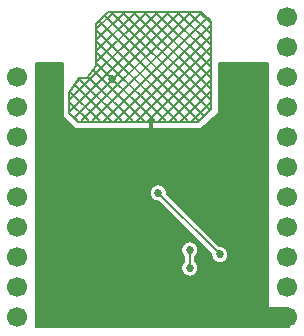
<source format=gbr>
G04 DipTrace 3.0.0.2*
G04 esp32-lighthouse-9dof-single-Bottom.gbr*
%MOIN*%
G04 #@! TF.FileFunction,Copper,L2,Bot*
G04 #@! TF.Part,Single*
%ADD20C,0.066929*%
G04 #@! TA.AperFunction,CopperBalancing*
%ADD14C,0.006*%
G04 #@! TA.AperFunction,Conductor*
%ADD15C,0.012*%
G04 #@! TA.AperFunction,ViaPad*
%ADD32C,0.027*%
%FSLAX26Y26*%
G04*
G70*
G90*
G75*
G01*
G04 Bottom_Plane*
%LPD*%
X20000Y15000D2*
D14*
X225000Y-190000D1*
X125000Y-175000D2*
Y-235000D1*
X-5000Y260000D2*
D15*
Y215000D1*
X80000D1*
D32*
X20000Y15000D3*
X225000Y-190000D3*
D3*
X125000Y-175000D3*
Y-235000D3*
X80000Y215000D3*
X-135000Y395000D3*
X175000Y-365000D3*
X-125000Y-390000D3*
X-150000Y-225000D3*
X-60000Y40000D3*
X-130346Y616576D2*
D14*
X-186579Y560344D1*
X-93576Y616576D2*
X-186576Y523576D1*
X-56807Y616576D2*
X-186573Y486810D1*
X-20037Y616576D2*
X-186579Y450034D1*
X-240037Y396576D2*
X-251942Y384672D1*
X16732Y616576D2*
X-276575Y323269D1*
X53501Y616576D2*
X-276576Y286499D1*
X90272Y616576D2*
X-260609Y265696D1*
X127041Y616576D2*
X-236112Y253423D1*
X163648Y616415D2*
X-199343Y253423D1*
X183454Y599450D2*
X-162575Y253421D1*
X196576Y575802D2*
X-125799Y253427D1*
X196576Y539033D2*
X-89033Y253424D1*
X196576Y502262D2*
X-52266Y253421D1*
X196576Y465493D2*
X-15491Y253427D1*
X196576Y428724D2*
X21276Y253424D1*
X196576Y391954D2*
X58043Y253421D1*
X196576Y355185D2*
X94818Y253427D1*
X196576Y318415D2*
X131584Y253424D1*
X160655Y616576D2*
X196577Y580654D1*
X123885Y616576D2*
X196575Y543887D1*
X87115Y616576D2*
X196576Y507115D1*
X50346Y616576D2*
X196577Y470345D1*
X13576Y616576D2*
X196575Y433577D1*
X-23193Y616576D2*
X196576Y396807D1*
X-59963Y616576D2*
X196577Y360035D1*
X-96732Y616576D2*
X196575Y323269D1*
X-133501Y616576D2*
X191492Y291581D1*
X-159304Y605609D2*
X173110Y273194D1*
X-177686Y587222D2*
X154719Y254815D1*
X-186572Y559337D2*
X119343Y253423D1*
X-186573Y522568D2*
X82575Y253421D1*
X-186573Y485799D2*
X45799Y253427D1*
X-186573Y449030D2*
X9033Y253424D1*
X-197850Y423538D2*
X-27734Y253421D1*
X-213612Y402529D2*
X-64509Y253427D1*
X-243600Y395748D2*
X-101276Y253424D1*
X-258739Y374118D2*
X-138043Y253421D1*
X-273878Y352487D2*
X-174818Y253427D1*
X-276576Y318415D2*
X-211584Y253424D1*
X-276576Y281646D2*
X-248352Y253421D1*
X-148749Y617009D2*
X-187007Y578752D1*
X-187037Y439530D1*
X-187327Y438638D1*
X-187600Y438199D1*
X-217911Y397846D1*
X-218678Y397307D1*
X-219576Y397030D1*
X-220000Y397000D1*
X-243449D1*
X-277013Y349037D1*
X-277000Y281223D1*
X-248752Y252995D1*
X153769Y253000D1*
X197020Y296262D1*
X197000Y424000D1*
Y588636D1*
X163878Y617010D1*
X-148769Y617000D1*
X-386400Y441131D2*
X-298602D1*
X223602D2*
X386406D1*
X-386400Y435262D2*
X-298602D1*
X223602D2*
X386406D1*
X-386400Y429394D2*
X-298602D1*
X223602D2*
X386406D1*
X-386400Y423525D2*
X-298602D1*
X223602D2*
X386406D1*
X-386400Y417656D2*
X-298602D1*
X223602D2*
X386406D1*
X-386400Y411787D2*
X-298602D1*
X223602D2*
X386406D1*
X-386400Y405919D2*
X-298602D1*
X223602D2*
X386406D1*
X-386400Y400050D2*
X-298602D1*
X223602D2*
X386406D1*
X-386400Y394181D2*
X-298602D1*
X223602D2*
X386406D1*
X-386400Y388312D2*
X-298602D1*
X223602D2*
X386406D1*
X-386400Y382444D2*
X-298602D1*
X223602D2*
X386406D1*
X-386400Y376575D2*
X-298602D1*
X223602D2*
X386406D1*
X-386400Y370706D2*
X-298602D1*
X223602D2*
X386406D1*
X-386400Y364837D2*
X-298602D1*
X223602D2*
X386406D1*
X-386400Y358969D2*
X-298602D1*
X223602D2*
X386406D1*
X-386400Y353100D2*
X-298602D1*
X223602D2*
X386406D1*
X-386400Y347231D2*
X-298602D1*
X223602D2*
X386406D1*
X-386400Y341362D2*
X-298602D1*
X223602D2*
X386406D1*
X-386400Y335493D2*
X-298602D1*
X223602D2*
X386406D1*
X-386400Y329625D2*
X-298602D1*
X223602D2*
X386406D1*
X-386400Y323756D2*
X-298602D1*
X223602D2*
X386406D1*
X-386400Y317887D2*
X-298602D1*
X223602D2*
X386406D1*
X-386400Y312018D2*
X-298602D1*
X223602D2*
X386406D1*
X-386400Y306150D2*
X-298602D1*
X223602D2*
X386406D1*
X-386400Y300281D2*
X-298602D1*
X223602D2*
X386406D1*
X-386400Y294412D2*
X-298602D1*
X223602D2*
X386406D1*
X-386400Y288543D2*
X-298602D1*
X223602D2*
X386406D1*
X-386400Y282675D2*
X-298602D1*
X222500D2*
X386406D1*
X-386400Y276806D2*
X-298602D1*
X216102D2*
X386406D1*
X-386400Y270937D2*
X-298602D1*
X209703D2*
X386406D1*
X-386400Y265068D2*
X-294911D1*
X203294D2*
X386406D1*
X-386400Y259199D2*
X-289039D1*
X196895D2*
X386406D1*
X-386400Y253331D2*
X-283168D1*
X190496D2*
X386406D1*
X-386400Y247462D2*
X-277308D1*
X184087D2*
X386406D1*
X-386400Y241593D2*
X-271438D1*
X177688D2*
X386406D1*
X-386400Y235724D2*
X-265567D1*
X171290D2*
X386406D1*
X-386400Y229856D2*
X-259696D1*
X164879D2*
X386406D1*
X-386400Y223987D2*
X386406D1*
X-386400Y218118D2*
X386406D1*
X-386400Y212249D2*
X386406D1*
X-386400Y206381D2*
X386406D1*
X-386400Y200512D2*
X386406D1*
X-386400Y194643D2*
X386406D1*
X-386400Y188774D2*
X386406D1*
X-386400Y182906D2*
X386406D1*
X-386400Y177037D2*
X386406D1*
X-386400Y171168D2*
X386406D1*
X-386400Y165299D2*
X386406D1*
X-386400Y159430D2*
X386406D1*
X-386400Y153562D2*
X386406D1*
X-386400Y147693D2*
X386406D1*
X-386400Y141824D2*
X386406D1*
X-386400Y135955D2*
X386406D1*
X-386400Y130087D2*
X386406D1*
X-386400Y124218D2*
X386406D1*
X-386400Y118349D2*
X386406D1*
X-386400Y112480D2*
X386406D1*
X-386400Y106612D2*
X386406D1*
X-386400Y100743D2*
X386406D1*
X-386400Y94874D2*
X386406D1*
X-386400Y89005D2*
X386406D1*
X-386400Y83136D2*
X386406D1*
X-386400Y77268D2*
X386406D1*
X-386400Y71399D2*
X386406D1*
X-386400Y65530D2*
X386406D1*
X-386400Y59661D2*
X386406D1*
X-386400Y53793D2*
X386406D1*
X-386400Y47924D2*
X386406D1*
X-386400Y42055D2*
X9706D1*
X30301D2*
X386406D1*
X-386400Y36186D2*
X-20D1*
X40016D2*
X386406D1*
X-386400Y30318D2*
X-4919D1*
X44915D2*
X386406D1*
X-386400Y24449D2*
X-7743D1*
X47739D2*
X386406D1*
X-386400Y18580D2*
X-9114D1*
X49122D2*
X386406D1*
X-386400Y12711D2*
X-9255D1*
X49251D2*
X386406D1*
X-386400Y6843D2*
X-8152D1*
X54535D2*
X386406D1*
X-386400Y974D2*
X-5680D1*
X60407D2*
X386406D1*
X-386400Y-4895D2*
X-1344D1*
X66266D2*
X386406D1*
X-386400Y-10764D2*
X6660D1*
X72136D2*
X386406D1*
X-386400Y-16633D2*
X25257D1*
X78008D2*
X386406D1*
X-386400Y-22501D2*
X31129D1*
X83879D2*
X386406D1*
X-386400Y-28370D2*
X36988D1*
X89751D2*
X386406D1*
X-386400Y-34239D2*
X42860D1*
X95610D2*
X386406D1*
X-386400Y-40108D2*
X48730D1*
X101480D2*
X386406D1*
X-386400Y-45976D2*
X54601D1*
X107352D2*
X386406D1*
X-386400Y-51845D2*
X60472D1*
X113223D2*
X386406D1*
X-386400Y-57714D2*
X66332D1*
X119094D2*
X386406D1*
X-386400Y-63583D2*
X72202D1*
X124966D2*
X386406D1*
X-386400Y-69451D2*
X78073D1*
X130824D2*
X386406D1*
X-386400Y-75320D2*
X83945D1*
X136696D2*
X386406D1*
X-386400Y-81189D2*
X89816D1*
X142567D2*
X386406D1*
X-386400Y-87058D2*
X95676D1*
X148438D2*
X386406D1*
X-386400Y-92927D2*
X101546D1*
X154308D2*
X386406D1*
X-386400Y-98795D2*
X107417D1*
X160168D2*
X386406D1*
X-386400Y-104664D2*
X113289D1*
X166039D2*
X386406D1*
X-386400Y-110533D2*
X119160D1*
X171911D2*
X386406D1*
X-386400Y-116402D2*
X125020D1*
X177782D2*
X386406D1*
X-386400Y-122270D2*
X130890D1*
X183652D2*
X386406D1*
X-386400Y-128139D2*
X136761D1*
X189512D2*
X386406D1*
X-386400Y-134008D2*
X142633D1*
X195383D2*
X386406D1*
X-386400Y-139877D2*
X148504D1*
X201255D2*
X386406D1*
X-386400Y-145745D2*
X154364D1*
X207126D2*
X386406D1*
X-386400Y-151614D2*
X107699D1*
X142308D2*
X160234D1*
X212996D2*
X386406D1*
X-386400Y-157483D2*
X101617D1*
X148379D2*
X166105D1*
X218856D2*
X386406D1*
X-386400Y-163352D2*
X98125D1*
X151871D2*
X171976D1*
X236364D2*
X386406D1*
X-386400Y-169220D2*
X96249D1*
X153759D2*
X177848D1*
X245458D2*
X386406D1*
X-386400Y-175089D2*
X95664D1*
X154344D2*
X183718D1*
X250168D2*
X386406D1*
X-386400Y-180958D2*
X96285D1*
X153711D2*
X189577D1*
X252875D2*
X386406D1*
X-386400Y-186827D2*
X98206D1*
X151790D2*
X195449D1*
X254164D2*
X386406D1*
X-386400Y-192696D2*
X101757D1*
X148251D2*
X195789D1*
X254211D2*
X386406D1*
X-386400Y-198564D2*
X106176D1*
X143832D2*
X196961D1*
X253039D2*
X386406D1*
X-386400Y-204433D2*
X106176D1*
X143832D2*
X199550D1*
X250450D2*
X386406D1*
X-386400Y-210302D2*
X106176D1*
X143832D2*
X204062D1*
X245938D2*
X386406D1*
X-386400Y-216171D2*
X102684D1*
X147312D2*
X212524D1*
X237476D2*
X386406D1*
X-386400Y-222039D2*
X98745D1*
X151251D2*
X386406D1*
X-386400Y-227908D2*
X96554D1*
X153454D2*
X386406D1*
X-386400Y-233777D2*
X95688D1*
X154308D2*
X386406D1*
X-386400Y-239646D2*
X96038D1*
X153958D2*
X386406D1*
X-386400Y-245514D2*
X97656D1*
X152352D2*
X386406D1*
X-386400Y-251383D2*
X100785D1*
X149211D2*
X386406D1*
X-386400Y-257252D2*
X106210D1*
X143786D2*
X386406D1*
X-386400Y-263121D2*
X118469D1*
X131528D2*
X386406D1*
X-386400Y-268990D2*
X386406D1*
X-386400Y-274858D2*
X386406D1*
X-386400Y-280727D2*
X386406D1*
X-386400Y-286596D2*
X386406D1*
X-386400Y-292465D2*
X386406D1*
X-386400Y-298333D2*
X386406D1*
X-386400Y-304202D2*
X386406D1*
X-386400Y-310071D2*
X386406D1*
X-386400Y-315940D2*
X386406D1*
X-386400Y-321808D2*
X386406D1*
X-386400Y-327677D2*
X386406D1*
X-386400Y-333546D2*
X386406D1*
X-386400Y-339415D2*
X386406D1*
X-386400Y-345283D2*
X386406D1*
X-386400Y-351152D2*
X386406D1*
X-386400Y-357021D2*
X386406D1*
X-386400Y-362890D2*
X386406D1*
X-386400Y-368759D2*
X456402D1*
X-386400Y-374627D2*
X456402D1*
X-386400Y-380496D2*
X456402D1*
X-386400Y-386365D2*
X456402D1*
X-386400Y-392234D2*
X456402D1*
X-386400Y-398102D2*
X456402D1*
X-386400Y-403971D2*
X456402D1*
X-386400Y-409840D2*
X456402D1*
X-386400Y-415709D2*
X456402D1*
X-386400Y-421577D2*
X456402D1*
X-386400Y-427446D2*
X456402D1*
X48600Y12196D2*
X222201Y-161406D1*
X225000Y-161260D1*
X227255Y-161349D1*
X229496Y-161614D1*
X231709Y-162054D1*
X233881Y-162667D1*
X235999Y-163448D1*
X238047Y-164392D1*
X240017Y-165495D1*
X241892Y-166749D1*
X243665Y-168146D1*
X245323Y-169677D1*
X246854Y-171335D1*
X248251Y-173108D1*
X249505Y-174983D1*
X250608Y-176953D1*
X251552Y-179001D1*
X252333Y-181119D1*
X252946Y-183291D1*
X253386Y-185504D1*
X253651Y-187745D1*
X253740Y-190000D1*
X253651Y-192255D1*
X253386Y-194496D1*
X252946Y-196709D1*
X252333Y-198881D1*
X251552Y-200999D1*
X250608Y-203047D1*
X249505Y-205017D1*
X248251Y-206892D1*
X246854Y-208665D1*
X245323Y-210323D1*
X243665Y-211854D1*
X241892Y-213251D1*
X240017Y-214505D1*
X238047Y-215608D1*
X235999Y-216552D1*
X233881Y-217333D1*
X231709Y-217946D1*
X229496Y-218386D1*
X227255Y-218651D1*
X225000Y-218740D1*
X222745Y-218651D1*
X220504Y-218386D1*
X218291Y-217946D1*
X216119Y-217333D1*
X214001Y-216552D1*
X211953Y-215608D1*
X209983Y-214505D1*
X208108Y-213251D1*
X206335Y-211854D1*
X204677Y-210323D1*
X203146Y-208665D1*
X201749Y-206892D1*
X200495Y-205017D1*
X199392Y-203047D1*
X198448Y-200999D1*
X197667Y-198881D1*
X197054Y-196709D1*
X196614Y-194496D1*
X196349Y-192255D1*
X196260Y-190000D1*
X196413Y-187194D1*
X22799Y-13594D1*
X20000Y-13740D1*
X17745Y-13651D1*
X15504Y-13386D1*
X13291Y-12946D1*
X11119Y-12333D1*
X9001Y-11552D1*
X6953Y-10608D1*
X4983Y-9505D1*
X3108Y-8251D1*
X1335Y-6854D1*
X-323Y-5323D1*
X-1854Y-3665D1*
X-3251Y-1892D1*
X-4505Y-17D1*
X-5608Y1953D1*
X-6552Y4001D1*
X-7333Y6119D1*
X-7946Y8291D1*
X-8386Y10504D1*
X-8651Y12745D1*
X-8740Y15000D1*
X-8651Y17255D1*
X-8386Y19496D1*
X-7946Y21709D1*
X-7333Y23881D1*
X-6552Y25999D1*
X-5608Y28047D1*
X-4505Y30017D1*
X-3251Y31892D1*
X-1854Y33665D1*
X-323Y35323D1*
X1335Y36854D1*
X3108Y38251D1*
X4983Y39505D1*
X6953Y40608D1*
X9001Y41552D1*
X11119Y42333D1*
X13291Y42946D1*
X15504Y43386D1*
X17745Y43651D1*
X20000Y43740D1*
X22255Y43651D1*
X24496Y43386D1*
X26709Y42946D1*
X28881Y42333D1*
X30999Y41552D1*
X33047Y40608D1*
X35017Y39505D1*
X36892Y38251D1*
X38665Y36854D1*
X40323Y35323D1*
X41854Y33665D1*
X43251Y31892D1*
X44505Y30017D1*
X45608Y28047D1*
X46552Y25999D1*
X47333Y23881D1*
X47946Y21709D1*
X48386Y19496D1*
X48651Y17255D1*
X48740Y15000D1*
X48587Y12194D1*
X222194Y-161413D2*
X225000Y-161260D1*
X227255Y-161349D1*
X229496Y-161614D1*
X231709Y-162054D1*
X233881Y-162667D1*
X235999Y-163448D1*
X238047Y-164392D1*
X240017Y-165495D1*
X241892Y-166749D1*
X243665Y-168146D1*
X245323Y-169677D1*
X246854Y-171335D1*
X248251Y-173108D1*
X249505Y-174983D1*
X250608Y-176953D1*
X251552Y-179001D1*
X252333Y-181119D1*
X252946Y-183291D1*
X253386Y-185504D1*
X253651Y-187745D1*
X253740Y-190000D1*
X253651Y-192255D1*
X253386Y-194496D1*
X252946Y-196709D1*
X252333Y-198881D1*
X251552Y-200999D1*
X250608Y-203047D1*
X249505Y-205017D1*
X248251Y-206892D1*
X246854Y-208665D1*
X245323Y-210323D1*
X243665Y-211854D1*
X241892Y-213251D1*
X240017Y-214505D1*
X238047Y-215608D1*
X235999Y-216552D1*
X233881Y-217333D1*
X231709Y-217946D1*
X229496Y-218386D1*
X227255Y-218651D1*
X225000Y-218740D1*
X222745Y-218651D1*
X220504Y-218386D1*
X218291Y-217946D1*
X216119Y-217333D1*
X214001Y-216552D1*
X211953Y-215608D1*
X209983Y-214505D1*
X208108Y-213251D1*
X206335Y-211854D1*
X204677Y-210323D1*
X203146Y-208665D1*
X201749Y-206892D1*
X200495Y-205017D1*
X199392Y-203047D1*
X198448Y-200999D1*
X197667Y-198881D1*
X197054Y-196709D1*
X196614Y-194496D1*
X196349Y-192255D1*
X196260Y-190000D1*
X196413Y-187194D1*
X143240Y-197207D2*
Y-212793D1*
X145323Y-214677D1*
X146854Y-216335D1*
X148251Y-218108D1*
X149505Y-219983D1*
X150608Y-221953D1*
X151552Y-224001D1*
X152333Y-226119D1*
X152946Y-228291D1*
X153386Y-230504D1*
X153651Y-232745D1*
X153740Y-235000D1*
X153651Y-237255D1*
X153386Y-239496D1*
X152946Y-241709D1*
X152333Y-243881D1*
X151552Y-245999D1*
X150608Y-248047D1*
X149505Y-250017D1*
X148251Y-251892D1*
X146854Y-253665D1*
X145323Y-255323D1*
X143665Y-256854D1*
X141892Y-258251D1*
X140017Y-259505D1*
X138047Y-260608D1*
X135999Y-261552D1*
X133881Y-262333D1*
X131709Y-262946D1*
X129496Y-263386D1*
X127255Y-263651D1*
X125000Y-263740D1*
X122745Y-263651D1*
X120504Y-263386D1*
X118291Y-262946D1*
X116119Y-262333D1*
X114001Y-261552D1*
X111953Y-260608D1*
X109983Y-259505D1*
X108108Y-258251D1*
X106335Y-256854D1*
X104677Y-255323D1*
X103146Y-253665D1*
X101749Y-251892D1*
X100495Y-250017D1*
X99392Y-248047D1*
X98448Y-245999D1*
X97667Y-243881D1*
X97054Y-241709D1*
X96614Y-239496D1*
X96349Y-237255D1*
X96260Y-235000D1*
X96349Y-232745D1*
X96614Y-230504D1*
X97054Y-228291D1*
X97667Y-226119D1*
X98448Y-224001D1*
X99392Y-221953D1*
X100495Y-219983D1*
X101749Y-218108D1*
X103146Y-216335D1*
X104677Y-214677D1*
X106770Y-212802D1*
X106760Y-197207D1*
X104677Y-195323D1*
X103146Y-193665D1*
X101749Y-191892D1*
X100495Y-190017D1*
X99392Y-188047D1*
X98448Y-185999D1*
X97667Y-183881D1*
X97054Y-181709D1*
X96614Y-179496D1*
X96349Y-177255D1*
X96260Y-175000D1*
X96349Y-172745D1*
X96614Y-170504D1*
X97054Y-168291D1*
X97667Y-166119D1*
X98448Y-164001D1*
X99392Y-161953D1*
X100495Y-159983D1*
X101749Y-158108D1*
X103146Y-156335D1*
X104677Y-154677D1*
X106335Y-153146D1*
X108108Y-151749D1*
X109983Y-150495D1*
X111953Y-149392D1*
X114001Y-148448D1*
X116119Y-147667D1*
X118291Y-147054D1*
X120504Y-146614D1*
X122745Y-146349D1*
X125000Y-146260D1*
X127255Y-146349D1*
X129496Y-146614D1*
X131709Y-147054D1*
X133881Y-147667D1*
X135999Y-148448D1*
X138047Y-149392D1*
X140017Y-150495D1*
X141892Y-151749D1*
X143665Y-153146D1*
X145323Y-154677D1*
X146854Y-156335D1*
X148251Y-158108D1*
X149505Y-159983D1*
X150608Y-161953D1*
X151552Y-164001D1*
X152333Y-166119D1*
X152946Y-168291D1*
X153386Y-170504D1*
X153651Y-172745D1*
X153740Y-175000D1*
X153651Y-177255D1*
X153386Y-179496D1*
X152946Y-181709D1*
X152333Y-183881D1*
X151552Y-185999D1*
X150608Y-188047D1*
X149505Y-190017D1*
X148251Y-191892D1*
X146854Y-193665D1*
X145323Y-195323D1*
X143230Y-197198D1*
X-301000Y447000D2*
X-387000D1*
Y-432000D1*
X457000D1*
Y-368000D1*
X389530Y-367963D1*
X388638Y-367673D1*
X387879Y-367121D1*
X387327Y-366362D1*
X387037Y-365470D1*
X387000Y-365000D1*
Y447000D1*
X223000D1*
X222963Y284530D1*
X222673Y283638D1*
X222121Y282879D1*
X161656Y227499D1*
X160802Y227109D1*
X159870Y227003D1*
X-255470Y227037D1*
X-256362Y227327D1*
X-257121Y227879D1*
X-257302Y228077D1*
X-297281Y268051D1*
X-297772Y268852D1*
X-297991Y269765D1*
X-298000Y393000D1*
Y447000D1*
X-301000D1*
D20*
X-450000Y-400000D3*
Y-300000D3*
Y-200000D3*
Y-100000D3*
Y0D3*
Y100000D3*
Y200000D3*
Y300000D3*
Y400000D3*
X450000Y600000D3*
Y500000D3*
Y400000D3*
Y300000D3*
Y200000D3*
Y100000D3*
Y0D3*
Y-100000D3*
Y-200000D3*
Y-300000D3*
Y-400000D3*
M02*

</source>
